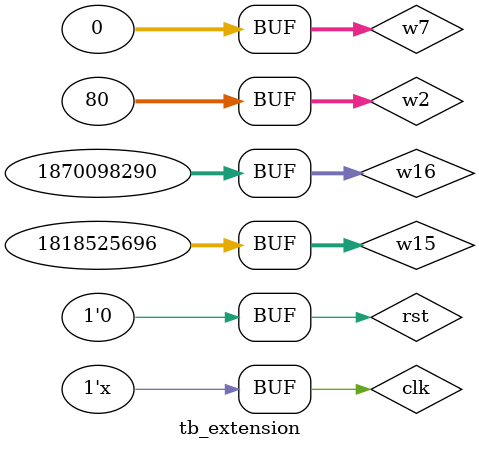
<source format=v>
`timescale 1ns / 1ps


module tb_extension;
    reg[31:0]      w2,w7,w15,w16;
    wire[31:0]     wOut;
    reg            clk,rst;
    
    extension e(
        .clk(clk),
        .rst(rst),
        .w_2(w2),
        .w_7(w7),
        .w_15(w15),
        .w_16(w16),
        .w(wOut)
    );
    initial
    begin
        clk =0;
        rst =1;
        w2 = 31'b00000000000000000000000001010000;
        w7 = 31'b00000000000000000000000000000000;
        w15 = 31'b01101100011001001000000000000000;
        w16 = 31'b01101111011101110110111101110010;
        #1;
        rst=0;
        #1;
        clk =1;
    end
    always #20 clk = ~clk;

endmodule

</source>
